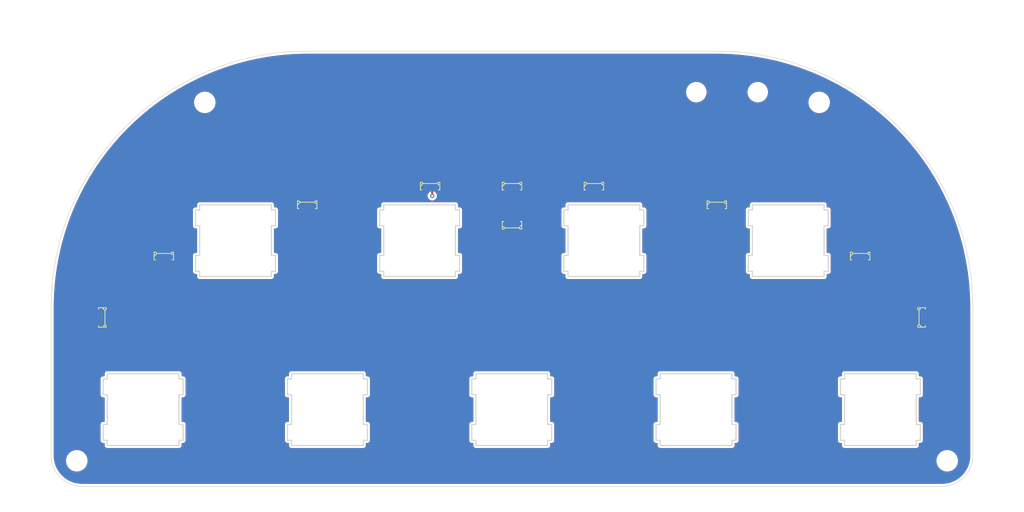
<source format=kicad_pcb>
(kicad_pcb (version 20211014) (generator pcbnew)
  (title_block (title "Pico Controller for Pop'n Music"))
  (layers (0 "F.Cu" signal) (31 "B.Cu" signal) (34 "B.Paste" user) (35 "F.Paste" user) (36 "B.SilkS" user "B.Silkscreen") (37 "F.SilkS" user "F.Silkscreen") (38 "B.Mask" user) (39 "F.Mask" user) (44 "Edge.Cuts" user))
  (net 0 "")
  (net 1 "Net-(LED1-Pad1)")
  (net 2 "GND")
  (net 3 "Net-(LED1-Pad3)")
  (net 4 "+5V")
  (net 5 "Net-(LED2-Pad3)")
  (net 6 "Net-(LED3-Pad3)")
  (net 7 "Net-(LED4-Pad3)")
  (net 8 "Net-(LED5-Pad3)")
  (net 9 "Net-(LED6-Pad3)")
  (net 10 "Net-(LED7-Pad3)")
  (net 11 "Net-(LED8-Pad3)")
  (net 12 "Net-(LED10-Pad1)")
  (footprint "MountingHole:MountingHole_3.2mm_M3" (layer "F.Cu") (at 87.32 72.4)
    (fp_text reference "REF**" hide)
    (fp_text value "MountingHole_3.2mm_M3")
    (pad "" np_thru_hole circle locked (at 0 0) (size 3.2 3.2) (drill 3.2) (layers *.Cu *.Mask))
  )
  (footprint "skin:skin_popn_web" (layer "F.Cu") (at 104.32 67.4 -130)
    (fp_text reference "G***" hide)
    (fp_text value "Teacup" hide)
  )
  (footprint "MountingHole:MountingHole_3.2mm_M3" (layer "F.Cu") (at 232.32 142.4)
    (fp_text reference "REF**" hide)
    (fp_text value "MountingHole_3.2mm_M3")
    (pad "" np_thru_hole circle locked (at 0 0) (size 3.2 3.2) (drill 3.2) (layers *.Cu *.Mask))
  )
  (footprint "MountingHole:MountingHole_3.2mm_M3" (layer "F.Cu") (at 62.32 142.4)
    (fp_text reference "REF**" hide)
    (fp_text value "MountingHole_3.2mm_M3")
    (pad "" np_thru_hole circle locked (at 0 0) (size 3.2 3.2) (drill 3.2) (layers *.Cu *.Mask))
  )
  (footprint "agg:WS2812B-4020" (layer "F.Cu") (at 147.32 88.750644)
    (fp_text reference "LED2")
    (fp_text value "WS2812B-4020")
    (fp_line (start -1.9 -0.75) (end -1.6 -0.75) (layer "F.SilkS") (width 0.15))
    (fp_line (start -1.35 -0.5) (end 1.35 -0.5) (layer "F.SilkS") (width 0.15))
    (fp_line (start 1.9 -0.75) (end 1.6 -0.75) (layer "F.SilkS") (width 0.15))
    (fp_line (start 1.9 0.75) (end 1.6 0.75) (layer "F.SilkS") (width 0.15))
    (fp_line (start -1.9 0.75) (end -1.9 -0.75) (layer "F.SilkS") (width 0.15))
    (fp_line (start -1.35 -0.5) (end -1.9 0.05) (layer "F.SilkS") (width 0.15))
    (fp_line (start -1.9 0.75) (end -1.6 0.75) (layer "F.SilkS") (width 0.15))
    (fp_line (start 1.9 -0.75) (end 1.9 0.75) (layer "F.SilkS") (width 0.15))
    (fp_line (start -1.6 -0.75) (end -1.35 -0.5) (layer "F.SilkS") (width 0.15))
    (fp_line (start 1.6 -0.75) (end 1.35 -0.5) (layer "F.SilkS") (width 0.15))
    (fp_circle (center 1.610848 -0.323504) (end 1.685848 -0.323504) (layer "F.SilkS") (width 0.15) (fill none))
    (pad "1" smd roundrect (at 1.275 0.65) (size 0.44 1.5) (layers "F.Cu" "F.Paste" "F.Mask") (net 3 "Net-(LED1-Pad3)"))
    (pad "2" smd roundrect (at 0.425 0.65) (size 0.44 1.5) (layers "F.Cu" "F.Paste" "F.Mask") (net 2 "GND"))
    (pad "3" smd roundrect (at -0.425 0.65) (size 0.44 1.5) (layers "F.Cu" "F.Paste" "F.Mask") (net 5 "Net-(LED2-Pad3)"))
    (pad "4" smd roundrect (at -1.275 0.65) (size 0.44 1.5) (layers "F.Cu" "F.Paste" "F.Mask") (net 4 "+5V"))
  )
  (footprint "MountingHole:MountingHole_3mm" (layer "F.Cu") (at 183.32 70.4)
    (fp_text reference "REF**" hide)
    (fp_text value "MountingHole_3mm")
    (pad "" np_thru_hole circle locked (at 0 0) (size 3 3) (drill 3) (layers *.Cu *.Mask))
  )
  (footprint "agg:WS2812B-4020" (layer "F.Cu") (at 187.32 92.4)
    (fp_text reference "LED8")
    (fp_text value "WS2812B-4020")
    (fp_line (start -1.9 0.75) (end -1.6 0.75) (layer "F.SilkS") (width 0.15))
    (fp_line (start 1.6 -0.75) (end 1.35 -0.5) (layer "F.SilkS") (width 0.15))
    (fp_line (start 1.9 -0.75) (end 1.6 -0.75) (layer "F.SilkS") (width 0.15))
    (fp_line (start 1.9 0.75) (end 1.6 0.75) (layer "F.SilkS") (width 0.15))
    (fp_line (start -1.35 -0.5) (end -1.9 0.05) (layer "F.SilkS") (width 0.15))
    (fp_line (start -1.9 -0.75) (end -1.6 -0.75) (layer "F.SilkS") (width 0.15))
    (fp_line (start 1.9 -0.75) (end 1.9 0.75) (layer "F.SilkS") (width 0.15))
    (fp_line (start -1.9 0.75) (end -1.9 -0.75) (layer "F.SilkS") (width 0.15))
    (fp_line (start -1.6 -0.75) (end -1.35 -0.5) (layer "F.SilkS") (width 0.15))
    (fp_line (start -1.35 -0.5) (end 1.35 -0.5) (layer "F.SilkS") (width 0.15))
    (fp_circle (center 1.610848 -0.323504) (end 1.685848 -0.323504) (layer "F.SilkS") (width 0.15) (fill none))
    (pad "1" smd roundrect (at 1.275 0.65) (size 0.44 1.5) (layers "F.Cu" "F.Paste" "F.Mask") (net 10 "Net-(LED7-Pad3)"))
    (pad "2" smd roundrect (at 0.425 0.65) (size 0.44 1.5) (layers "F.Cu" "F.Paste" "F.Mask") (net 2 "GND"))
    (pad "3" smd roundrect (at -0.425 0.65) (size 0.44 1.5) (layers "F.Cu" "F.Paste" "F.Mask") (net 11 "Net-(LED8-Pad3)"))
    (pad "4" smd roundrect (at -1.275 0.65) (size 0.44 1.5) (layers "F.Cu" "F.Paste" "F.Mask") (net 4 "+5V"))
  )
  (footprint "agg:WS2812B-4020" (layer "F.Cu") (at 163.32 88.750644)
    (fp_text reference "LED1")
    (fp_text value "WS2812B-4020")
    (fp_line (start -1.9 0.75) (end -1.6 0.75) (layer "F.SilkS") (width 0.15))
    (fp_line (start 1.9 -0.75) (end 1.6 -0.75) (layer "F.SilkS") (width 0.15))
    (fp_line (start -1.35 -0.5) (end 1.35 -0.5) (layer "F.SilkS") (width 0.15))
    (fp_line (start -1.35 -0.5) (end -1.9 0.05) (layer "F.SilkS") (width 0.15))
    (fp_line (start -1.9 0.75) (end -1.9 -0.75) (layer "F.SilkS") (width 0.15))
    (fp_line (start 1.6 -0.75) (end 1.35 -0.5) (layer "F.SilkS") (width 0.15))
    (fp_line (start 1.9 -0.75) (end 1.9 0.75) (layer "F.SilkS") (width 0.15))
    (fp_line (start -1.6 -0.75) (end -1.35 -0.5) (layer "F.SilkS") (width 0.15))
    (fp_line (start -1.9 -0.75) (end -1.6 -0.75) (layer "F.SilkS") (width 0.15))
    (fp_line (start 1.9 0.75) (end 1.6 0.75) (layer "F.SilkS") (width 0.15))
    (fp_circle (center 1.610848 -0.323504) (end 1.685848 -0.323504) (layer "F.SilkS") (width 0.15) (fill none))
    (pad "1" smd roundrect (at 1.275 0.65) (size 0.44 1.5) (layers "F.Cu" "F.Paste" "F.Mask") (net 1 "Net-(LED1-Pad1)"))
    (pad "2" smd roundrect (at 0.425 0.65) (size 0.44 1.5) (layers "F.Cu" "F.Paste" "F.Mask") (net 2 "GND"))
    (pad "3" smd roundrect (at -0.425 0.65) (size 0.44 1.5) (layers "F.Cu" "F.Paste" "F.Mask") (net 3 "Net-(LED1-Pad3)"))
    (pad "4" smd roundrect (at -1.275 0.65) (size 0.44 1.5) (layers "F.Cu" "F.Paste" "F.Mask") (net 4 "+5V"))
  )
  (footprint "skin:skin_popn_web" (layer "F.Cu") (at 221.32 85.4 140)
    (fp_text reference "G***" hide)
    (fp_text value "Teacup" hide)
  )
  (footprint "agg:WS2812B-4020" (layer "F.Cu") (at 147.32 96.4 180)
    (fp_text reference "LED7")
    (fp_text value "WS2812B-4020")
    (fp_line (start -1.9 -0.75) (end -1.6 -0.75) (layer "F.SilkS") (width 0.15))
    (fp_line (start -1.9 0.75) (end -1.6 0.75) (layer "F.SilkS") (width 0.15))
    (fp_line (start 1.9 -0.75) (end 1.6 -0.75) (layer "F.SilkS") (width 0.15))
    (fp_line (start -1.9 0.75) (end -1.9 -0.75) (layer "F.SilkS") (width 0.15))
    (fp_line (start 1.6 -0.75) (end 1.35 -0.5) (layer "F.SilkS") (width 0.15))
    (fp_line (start -1.6 -0.75) (end -1.35 -0.5) (layer "F.SilkS") (width 0.15))
    (fp_line (start -1.35 -0.5) (end 1.35 -0.5) (layer "F.SilkS") (width 0.15))
    (fp_line (start 1.9 -0.75) (end 1.9 0.75) (layer "F.SilkS") (width 0.15))
    (fp_line (start -1.35 -0.5) (end -1.9 0.05) (layer "F.SilkS") (width 0.15))
    (fp_line (start 1.9 0.75) (end 1.6 0.75) (layer "F.SilkS") (width 0.15))
    (fp_circle (center 1.610848 -0.323504) (end 1.685848 -0.323504) (layer "F.SilkS") (width 0.15) (fill none))
    (pad "1" smd roundrect (at 1.275 0.65 180) (size 0.44 1.5) (layers "F.Cu" "F.Paste" "F.Mask") (net 9 "Net-(LED6-Pad3)"))
    (pad "2" smd roundrect (at 0.425 0.65 180) (size 0.44 1.5) (layers "F.Cu" "F.Paste" "F.Mask") (net 2 "GND"))
    (pad "3" smd roundrect (at -0.425 0.65 180) (size 0.44 1.5) (layers "F.Cu" "F.Paste" "F.Mask") (net 10 "Net-(LED7-Pad3)"))
    (pad "4" smd roundrect (at -1.275 0.65 180) (size 0.44 1.5) (layers "F.Cu" "F.Paste" "F.Mask") (net 4 "+5V"))
  )
  (footprint "agg:WS2812B-4020" (layer "F.Cu") (at 131.32 88.750644)
    (fp_text reference "LED3")
    (fp_text value "WS2812B-4020")
    (fp_line (start -1.6 -0.75) (end -1.35 -0.5) (layer "F.SilkS") (width 0.15))
    (fp_line (start 1.9 -0.75) (end 1.9 0.75) (layer "F.SilkS") (width 0.15))
    (fp_line (start -1.35 -0.5) (end -1.9 0.05) (layer "F.SilkS") (width 0.15))
    (fp_line (start 1.9 0.75) (end 1.6 0.75) (layer "F.SilkS") (width 0.15))
    (fp_line (start -1.9 -0.75) (end -1.6 -0.75) (layer "F.SilkS") (width 0.15))
    (fp_line (start -1.9 0.75) (end -1.9 -0.75) (layer "F.SilkS") (width 0.15))
    (fp_line (start 1.6 -0.75) (end 1.35 -0.5) (layer "F.SilkS") (width 0.15))
    (fp_line (start -1.35 -0.5) (end 1.35 -0.5) (layer "F.SilkS") (width 0.15))
    (fp_line (start -1.9 0.75) (end -1.6 0.75) (layer "F.SilkS") (width 0.15))
    (fp_line (start 1.9 -0.75) (end 1.6 -0.75) (layer "F.SilkS") (width 0.15))
    (fp_circle (center 1.610848 -0.323504) (end 1.685848 -0.323504) (layer "F.SilkS") (width 0.15) (fill none))
    (pad "1" smd roundrect (at 1.275 0.65) (size 0.44 1.5) (layers "F.Cu" "F.Paste" "F.Mask") (net 5 "Net-(LED2-Pad3)"))
    (pad "2" smd roundrect (at 0.425 0.65) (size 0.44 1.5) (layers "F.Cu" "F.Paste" "F.Mask") (net 2 "GND"))
    (pad "3" smd roundrect (at -0.425 0.65) (size 0.44 1.5) (layers "F.Cu" "F.Paste" "F.Mask") (net 6 "Net-(LED3-Pad3)"))
    (pad "4" smd roundrect (at -1.275 0.65) (size 0.44 1.5) (layers "F.Cu" "F.Paste" "F.Mask") (net 4 "+5V"))
  )
  (footprint "agg:WS2812B-4020" (layer "F.Cu") (at 79.32 102.4)
    (fp_text reference "LED5")
    (fp_text value "WS2812B-4020")
    (fp_line (start -1.9 0.75) (end -1.9 -0.75) (layer "F.SilkS") (width 0.15))
    (fp_line (start 1.9 0.75) (end 1.6 0.75) (layer "F.SilkS") (width 0.15))
    (fp_line (start -1.35 -0.5) (end 1.35 -0.5) (layer "F.SilkS") (width 0.15))
    (fp_line (start -1.9 -0.75) (end -1.6 -0.75) (layer "F.SilkS") (width 0.15))
    (fp_line (start -1.9 0.75) (end -1.6 0.75) (layer "F.SilkS") (width 0.15))
    (fp_line (start 1.9 -0.75) (end 1.9 0.75) (layer "F.SilkS") (width 0.15))
    (fp_line (start 1.6 -0.75) (end 1.35 -0.5) (layer "F.SilkS") (width 0.15))
    (fp_line (start 1.9 -0.75) (end 1.6 -0.75) (layer "F.SilkS") (width 0.15))
    (fp_line (start -1.6 -0.75) (end -1.35 -0.5) (layer "F.SilkS") (width 0.15))
    (fp_line (start -1.35 -0.5) (end -1.9 0.05) (layer "F.SilkS") (width 0.15))
    (fp_circle (center 1.610848 -0.323504) (end 1.685848 -0.323504) (layer "F.SilkS") (width 0.15) (fill none))
    (pad "1" smd roundrect (at 1.275 0.65) (size 0.44 1.5) (layers "F.Cu" "F.Paste" "F.Mask") (net 7 "Net-(LED4-Pad3)"))
    (pad "2" smd roundrect (at 0.425 0.65) (size 0.44 1.5) (layers "F.Cu" "F.Paste" "F.Mask") (net 2 "GND"))
    (pad "3" smd roundrect (at -0.425 0.65) (size 0.44 1.5) (layers "F.Cu" "F.Paste" "F.Mask") (net 8 "Net-(LED5-Pad3)"))
    (pad "4" smd roundrect (at -1.275 0.65) (size 0.44 1.5) (layers "F.Cu" "F.Paste" "F.Mask") (net 4 "+5V"))
  )
  (footprint "MountingHole:MountingHole_3mm" (layer "F.Cu") (at 195.32 70.4)
    (fp_text reference "REF**" hide)
    (fp_text value "MountingHole_3mm")
    (pad "" np_thru_hole circle locked (at 0 0) (size 3 3) (drill 3) (layers *.Cu *.Mask))
  )
  (footprint "skin:skin_popn_teacup" (layer "F.Cu") (at 112.32 82.4 20)
    (fp_text reference "G***" hide)
    (fp_text value "Teacup" hide)
  )
  (footprint "MountingHole:MountingHole_3.2mm_M3" (layer "F.Cu") (at 207.32 72.4)
    (fp_text reference "REF**" hide)
    (fp_text value "MountingHole_3.2mm_M3")
    (pad "" np_thru_hole circle locked (at 0 0) (size 3.2 3.2) (drill 3.2) (layers *.Cu *.Mask))
  )
  (footprint "skin:skin_popn_silk_neg_back" (layer "F.Cu") (at 147.32 74.4)
    (fp_text reference "G***" hide)
    (fp_text value "LOGO" hide)
  )
  (footprint "agg:WS2812B-4020" (layer "F.Cu") (at 67.32 114.4 -90)
    (fp_text reference "LED4")
    (fp_text value "WS2812B-4020")
    (fp_line (start 1.9 -0.75) (end 1.6 -0.75) (layer "F.SilkS") (width 0.15))
    (fp_line (start -1.35 -0.5) (end 1.35 -0.5) (layer "F.SilkS") (width 0.15))
    (fp_line (start -1.9 0.75) (end -1.6 0.75) (layer "F.SilkS") (width 0.15))
    (fp_line (start 1.9 0.75) (end 1.6 0.75) (layer "F.SilkS") (width 0.15))
    (fp_line (start -1.6 -0.75) (end -1.35 -0.5) (layer "F.SilkS") (width 0.15))
    (fp_line (start 1.6 -0.75) (end 1.35 -0.5) (layer "F.SilkS") (width 0.15))
    (fp_line (start -1.35 -0.5) (end -1.9 0.05) (layer "F.SilkS") (width 0.15))
    (fp_line (start -1.9 -0.75) (end -1.6 -0.75) (layer "F.SilkS") (width 0.15))
    (fp_line (start -1.9 0.75) (end -1.9 -0.75) (layer "F.SilkS") (width 0.15))
    (fp_line (start 1.9 -0.75) (end 1.9 0.75) (layer "F.SilkS") (width 0.15))
    (fp_circle (center 1.610848 -0.323504) (end 1.685848 -0.323504) (layer "F.SilkS") (width 0.15) (fill none))
    (pad "1" smd roundrect (at 1.275 0.65 270) (size 0.44 1.5) (layers "F.Cu" "F.Paste" "F.Mask") (net 6 "Net-(LED3-Pad3)"))
    (pad "2" smd roundrect (at 0.425 0.65 270) (size 0.44 1.5) (layers "F.Cu" "F.Paste" "F.Mask") (net 2 "GND"))
    (pad "3" smd roundrect (at -0.425 0.65 270) (size 0.44 1.5) (layers "F.Cu" "F.Paste" "F.Mask") (net 7 "Net-(LED4-Pad3)"))
    (pad "4" smd roundrect (at -1.275 0.65 270) (size 0.44 1.5) (layers "F.Cu" "F.Paste" "F.Mask") (net 4 "+5V"))
  )
  (footprint "skin:skin_popn_stars" (layer "F.Cu") (at 77.32 87.4)
    (fp_text reference "G***" hide)
    (fp_text value "Teacup" hide)
  )
  (footprint "skin:skin_popn_silk_neg" (layer "F.Cu") (at 147.32 74.4)
    (fp_text reference "G***" hide)
    (fp_text value "LOGO" hide)
  )
  (footprint "agg:WS2812B-4020" (layer "F.Cu") (at 227.32 114.4 90)
    (fp_text reference "LED10")
    (fp_text value "WS2812B-4020")
    (fp_line (start 1.9 -0.75) (end 1.9 0.75) (layer "F.SilkS") (width 0.15))
    (fp_line (start 1.9 -0.75) (end 1.6 -0.75) (layer "F.SilkS") (width 0.15))
    (fp_line (start -1.9 0.75) (end -1.6 0.75) (layer "F.SilkS") (width 0.15))
    (fp_line (start -1.9 0.75) (end -1.9 -0.75) (layer "F.SilkS") (width 0.15))
    (fp_line (start -1.35 -0.5) (end -1.9 0.05) (layer "F.SilkS") (width 0.15))
    (fp_line (start -1.35 -0.5) (end 1.35 -0.5) (layer "F.SilkS") (width 0.15))
    (fp_line (start -1.9 -0.75) (end -1.6 -0.75) (layer "F.SilkS") (width 0.15))
    (fp_line (start 1.9 0.75) (end 1.6 0.75) (layer "F.SilkS") (width 0.15))
    (fp_line (start 1.6 -0.75) (end 1.35 -0.5) (layer "F.SilkS") (width 0.15))
    (fp_line (start -1.6 -0.75) (end -1.35 -0.5) (layer "F.SilkS") (width 0.15))
    (fp_circle (center 1.610848 -0.323504) (end 1.685848 -0.323504) (layer "F.SilkS") (width 0.15) (fill none))
    (pad "1" smd roundrect (at 1.275 0.65 90) (size 0.44 1.5) (layers "F.Cu" "F.Paste" "F.Mask") (net 12 "Net-(LED10-Pad1)"))
    (pad "2" smd roundrect (at 0.425 0.65 90) (size 0.44 1.5) (layers "F.Cu" "F.Paste" "F.Mask") (net 2 "GND"))
    (pad "3" smd roundrect (at -0.425 0.65 90) (size 0.44 1.5) (layers "F.Cu" "F.Paste" "F.Mask"))
    (pad "4" smd roundrect (at -1.275 0.65 90) (size 0.44 1.5) (layers "F.Cu" "F.Paste" "F.Mask") (net 4 "+5V"))
  )
  (footprint "agg:WS2812B-4020" (layer "F.Cu") (at 107.32 92.4)
    (fp_text reference "LED6")
    (fp_text value "WS2812B-4020")
    (fp_line (start -1.9 0.75) (end -1.9 -0.75) (layer "F.SilkS") (width 0.15))
    (fp_line (start -1.9 -0.75) (end -1.6 -0.75) (layer "F.SilkS") (width 0.15))
    (fp_line (start -1.35 -0.5) (end 1.35 -0.5) (layer "F.SilkS") (width 0.15))
    (fp_line (start -1.6 -0.75) (end -1.35 -0.5) (layer "F.SilkS") (width 0.15))
    (fp_line (start 1.9 -0.75) (end 1.6 -0.75) (layer "F.SilkS") (width 0.15))
    (fp_line (start -1.35 -0.5) (end -1.9 0.05) (layer "F.SilkS") (width 0.15))
    (fp_line (start 1.9 -0.75) (end 1.9 0.75) (layer "F.SilkS") (width 0.15))
    (fp_line (start 1.9 0.75) (end 1.6 0.75) (layer "F.SilkS") (width 0.15))
    (fp_line (start -1.9 0.75) (end -1.6 0.75) (layer "F.SilkS") (width 0.15))
    (fp_line (start 1.6 -0.75) (end 1.35 -0.5) (layer "F.SilkS") (width 0.15))
    (fp_circle (center 1.610848 -0.323504) (end 1.685848 -0.323504) (layer "F.SilkS") (width 0.15) (fill none))
    (pad "1" smd roundrect (at 1.275 0.65) (size 0.44 1.5) (layers "F.Cu" "F.Paste" "F.Mask") (net 8 "Net-(LED5-Pad3)"))
    (pad "2" smd roundrect (at 0.425 0.65) (size 0.44 1.5) (layers "F.Cu" "F.Paste" "F.Mask") (net 2 "GND"))
    (pad "3" smd roundrect (at -0.425 0.65) (size 0.44 1.5) (layers "F.Cu" "F.Paste" "F.Mask") (net 9 "Net-(LED6-Pad3)"))
    (pad "4" smd roundrect (at -1.275 0.65) (size 0.44 1.5) (layers "F.Cu" "F.Paste" "F.Mask") (net 4 "+5V"))
  )
  (footprint "agg:WS2812B-4020" (layer "F.Cu") (at 215.32 102.4)
    (fp_text reference "LED9")
    (fp_text value "WS2812B-4020")
    (fp_line (start -1.9 0.75) (end -1.9 -0.75) (layer "F.SilkS") (width 0.15))
    (fp_line (start -1.6 -0.75) (end -1.35 -0.5) (layer "F.SilkS") (width 0.15))
    (fp_line (start 1.9 -0.75) (end 1.9 0.75) (layer "F.SilkS") (width 0.15))
    (fp_line (start 1.6 -0.75) (end 1.35 -0.5) (layer "F.SilkS") (width 0.15))
    (fp_line (start -1.35 -0.5) (end 1.35 -0.5) (layer "F.SilkS") (width 0.15))
    (fp_line (start -1.9 -0.75) (end -1.6 -0.75) (layer "F.SilkS") (width 0.15))
    (fp_line (start 1.9 -0.75) (end 1.6 -0.75) (layer "F.SilkS") (width 0.15))
    (fp_line (start -1.35 -0.5) (end -1.9 0.05) (layer "F.SilkS") (width 0.15))
    (fp_line (start 1.9 0.75) (end 1.6 0.75) (layer "F.SilkS") (width 0.15))
    (fp_line (start -1.9 0.75) (end -1.6 0.75) (layer "F.SilkS") (width 0.15))
    (fp_circle (center 1.610848 -0.323504) (end 1.685848 -0.323504) (layer "F.SilkS") (width 0.15) (fill none))
    (pad "1" smd roundrect (at 1.275 0.65) (size 0.44 1.5) (layers "F.Cu" "F.Paste" "F.Mask") (net 11 "Net-(LED8-Pad3)"))
    (pad "2" smd roundrect (at 0.425 0.65) (size 0.44 1.5) (layers "F.Cu" "F.Paste" "F.Mask") (net 2 "GND"))
    (pad "3" smd roundrect (at -0.425 0.65) (size 0.44 1.5) (layers "F.Cu" "F.Paste" "F.Mask") (net 12 "Net-(LED10-Pad1)"))
    (pad "4" smd roundrect (at -1.275 0.65) (size 0.44 1.5) (layers "F.Cu" "F.Paste" "F.Mask") (net 4 "+5V"))
  )
  (gr_line locked (start 209.07 105.4) (end 209.07 102.3) (layer "Edge.Cuts") (width 0.2))
  (gr_line locked (start 209.07 96.5) (end 209.07 93.4) (layer "Edge.Cuts") (width 0.2))
  (gr_arc (start 57.32 112.4) (mid 71.964661 77.044661) (end 107.32 62.4) (layer "Edge.Cuts") (width 0.1))
  (gr_line locked (start 104.27 135.3) (end 103.47 135.3) (layer "Edge.Cuts") (width 0.2))
  (gr_line locked (start 176.27 129.5) (end 176.27 135.3) (layer "Edge.Cuts") (width 0.2))
  (gr_line locked (start 122.27 105.4) (end 122.27 106.4) (layer "Edge.Cuts") (width 0.2))
  (gr_line locked (start 157.47 96.5) (end 158.27 96.5) (layer "Edge.Cuts") (width 0.2))
  (gr_line locked (start 194.27 92.4) (end 194.27 93.4) (layer "Edge.Cuts") (width 0.2))
  (gr_line locked (start 118.27 135.3) (end 118.27 129.5) (layer "Edge.Cuts") (width 0.2))
  (gr_line locked (start 155.07 135.3) (end 154.27 135.3) (layer "Edge.Cuts") (width 0.2))
  (gr_line locked (start 86.32 92.4) (end 86.32 93.4) (layer "Edge.Cuts") (width 0.2))
  (gr_line locked (start 137.07 93.4) (end 136.27 93.4) (layer "Edge.Cuts") (width 0.2))
  (gr_line locked (start 212.27 126.4) (end 211.47 126.4) (layer "Edge.Cuts") (width 0.2))
  (gr_line locked (start 136.27 105.4) (end 137.07 105.4) (layer "Edge.Cuts") (width 0.2))
  (gr_line locked (start 68.27 125.4) (end 68.27 126.4) (layer "Edge.Cuts") (width 0.2))
  (gr_line locked (start 175.47 138.4) (end 176.27 138.4) (layer "Edge.Cuts") (width 0.2))
  (gr_line locked (start 172.27 93.4) (end 172.27 92.4) (layer "Edge.Cuts") (width 0.2))
  (gr_line locked (start 68.27 129.5) (end 68.27 135.3) (layer "Edge.Cuts") (width 0.2))
  (gr_line locked (start 193.47 102.3) (end 193.47 105.4) (layer "Edge.Cuts") (width 0.2))
  (gr_line locked (start 118.27 129.5) (end 119.07 129.5) (layer "Edge.Cuts") (width 0.2))
  (gr_line locked (start 82.27 129.5) (end 83.07 129.5) (layer "Edge.Cuts") (width 0.2))
  (gr_line locked (start 194.27 106.4) (end 208.27 106.4) (layer "Edge.Cuts") (width 0.2))
  (gr_line locked (start 172.27 105.4) (end 173.07 105.4) (layer "Edge.Cuts") (width 0.2))
  (gr_line locked (start 82.27 126.4) (end 82.27 125.4) (layer "Edge.Cuts") (width 0.2))
  (gr_line locked (start 194.27 105.4) (end 194.27 106.4) (layer "Edge.Cuts") (width 0.2))
  (gr_line locked (start 175.47 126.4) (end 175.47 129.5) (layer "Edge.Cuts") (width 0.2))
  (gr_line locked (start 154.27 129.5) (end 155.07 129.5) (layer "Edge.Cuts") (width 0.2))
  (gr_line locked (start 86.32 93.4) (end 85.52 93.4) (layer "Edge.Cuts") (width 0.2))
  (gr_line locked (start 118.27 139.4) (end 118.27 138.4) (layer "Edge.Cuts") (width 0.2))
  (gr_line locked (start 136.27 106.4) (end 136.27 105.4) (layer "Edge.Cuts") (width 0.2))
  (gr_line locked (start 82.27 139.4) (end 82.27 138.4) (layer "Edge.Cuts") (width 0.2))
  (gr_line locked (start 68.27 138.4) (end 68.27 139.4) (layer "Edge.Cuts") (width 0.2))
  (gr_line locked (start 68.27 139.4) (end 82.27 139.4) (layer "Edge.Cuts") (width 0.2))
  (gr_line locked (start 158.27 92.4) (end 158.27 93.4) (layer "Edge.Cuts") (width 0.2))
  (gr_line locked (start 227.07 135.3) (end 226.27 135.3) (layer "Edge.Cuts") (width 0.2))
  (gr_line locked (start 227.07 129.5) (end 227.07 126.4) (layer "Edge.Cuts") (width 0.2))
  (gr_line locked (start 208.27 93.4) (end 208.27 92.4) (layer "Edge.Cuts") (width 0.2))
  (gr_line locked (start 140.27 129.5) (end 140.27 135.3) (layer "Edge.Cuts") (width 0.2))
  (gr_line locked (start 173.07 105.4) (end 173.07 102.3) (layer "Edge.Cuts") (width 0.2))
  (gr_line locked (start 158.27 106.4) (end 172.27 106.4) (layer "Edge.Cuts") (width 0.2))
  (gr_line locked (start 226.27 139.4) (end 226.27 138.4) (layer "Edge.Cuts") (width 0.2))
  (gr_line locked (start 154.27 139.4) (end 154.27 138.4) (layer "Edge.Cuts") (width 0.2))
  (gr_line locked (start 140.27 126.4) (end 139.47 126.4) (layer "Edge.Cuts") (width 0.2))
  (gr_line locked (start 193.47 93.4) (end 193.47 96.5) (layer "Edge.Cuts") (width 0.2))
  (gr_line locked (start 85.52 105.4) (end 86.32 105.4) (layer "Edge.Cuts") (width 0.2))
  (gr_line locked (start 100.32 102.3) (end 100.32 96.5) (layer "Edge.Cuts") (width 0.2))
  (gr_line locked (start 68.27 135.3) (end 67.47 135.3) (layer "Edge.Cuts") (width 0.2))
  (gr_line locked (start 193.47 96.5) (end 194.27 96.5) (layer "Edge.Cuts") (width 0.2))
  (gr_line (start 63.32 147.4) (end 231.32 147.4) (layer "Edge.Cuts") (width 0.1))
  (gr_line locked (start 154.27 138.4) (end 155.07 138.4) (layer "Edge.Cuts") (width 0.2))
  (gr_line locked (start 82.27 125.4) (end 68.27 125.4) (layer "Edge.Cuts") (width 0.2))
  (gr_line locked (start 173.07 93.4) (end 172.27 93.4) (layer "Edge.Cuts") (width 0.2))
  (gr_line locked (start 208.27 96.5) (end 209.07 96.5) (layer "Edge.Cuts") (width 0.2))
  (gr_line locked (start 85.52 102.3) (end 85.52 105.4) (layer "Edge.Cuts") (width 0.2))
  (gr_line locked (start 122.27 92.4) (end 122.27 93.4) (layer "Edge.Cuts") (width 0.2))
  (gr_line locked (start 211.47 129.5) (end 212.27 129.5) (layer "Edge.Cuts") (width 0.2))
  (gr_line locked (start 227.07 138.4) (end 227.07 135.3) (layer "Edge.Cuts") (width 0.2))
  (gr_line locked (start 83.07 126.4) (end 82.27 126.4) (layer "Edge.Cuts") (width 0.2))
  (gr_line (start 57.32 112.4) (end 57.32 141.4) (layer "Edge.Cuts") (width 0.1))
  (gr_line locked (start 67.47 129.5) (end 68.27 129.5) (layer "Edge.Cuts") (width 0.2))
  (gr_line locked (start 172.27 106.4) (end 172.27 105.4) (layer "Edge.Cuts") (width 0.2))
  (gr_line locked (start 104.27 126.4) (end 103.47 126.4) (layer "Edge.Cuts") (width 0.2))
  (gr_line locked (start 83.07 138.4) (end 83.07 135.3) (layer "Edge.Cuts") (width 0.2))
  (gr_line locked (start 101.12 96.5) (end 101.12 93.4) (layer "Edge.Cuts") (width 0.2))
  (gr_line locked (start 136.27 96.5) (end 137.07 96.5) (layer "Edge.Cuts") (width 0.2))
  (gr_line locked (start 118.27 138.4) (end 119.07 138.4) (layer "Edge.Cuts") (width 0.2))
  (gr_line locked (start 67.47 138.4) (end 68.27 138.4) (layer "Edge.Cuts") (width 0.2))
  (gr_line locked (start 100.32 93.4) (end 100.32 92.4) (layer "Edge.Cuts") (width 0.2))
  (gr_line locked (start 82.27 138.4) (end 83.07 138.4) (layer "Edge.Cuts") (width 0.2))
  (gr_line locked (start 190.27 129.5) (end 191.07 129.5) (layer "Edge.Cuts") (width 0.2))
  (gr_line locked (start 104.27 139.4) (end 118.27 139.4) (layer "Edge.Cuts") (width 0.2))
  (gr_line locked (start 86.32 106.4) (end 100.32 106.4) (layer "Edge.Cuts") (width 0.2))
  (gr_line locked (start 208.27 105.4) (end 209.07 105.4) (layer "Edge.Cuts") (width 0.2))
  (gr_line locked (start 86.32 102.3) (end 85.52 102.3) (layer "Edge.Cuts") (width 0.2))
  (gr_line locked (start 137.07 102.3) (end 136.27 102.3) (layer "Edge.Cuts") (width 0.2))
  (gr_line locked (start 140.27 139.4) (end 154.27 139.4) (layer "Edge.Cuts") (width 0.2))
  (gr_line locked (start 104.27 138.4) (end 104.27 139.4) (layer "Edge.Cuts") (width 0.2))
  (gr_line locked (start 208.27 92.4) (end 194.27 92.4) (layer "Edge.Cuts") (width 0.2))
  (gr_line locked (start 172.27 92.4) (end 158.27 92.4) (layer "Edge.Cuts") (width 0.2))
  (gr_line locked (start 119.07 138.4) (end 119.07 135.3) (layer "Edge.Cuts") (width 0.2))
  (gr_line locked (start 175.47 129.5) (end 176.27 129.5) (layer "Edge.Cuts") (width 0.2))
  (gr_line locked (start 140.27 125.4) (end 140.27 126.4) (layer "Edge.Cuts") (width 0.2))
  (gr_line locked (start 212.27 129.5) (end 212.27 135.3) (layer "Edge.Cuts") (width 0.2))
  (gr_line locked (start 176.27 139.4) (end 190.27 139.4) (layer "Edge.Cuts") (width 0.2))
  (gr_line locked (start 154.27 125.4) (end 140.27 125.4) (layer "Edge.Cuts") (width 0.2))
  (gr_line locked (start 172.27 96.5) (end 173.07 96.5) (layer "Edge.Cuts") (width 0.2))
  (gr_line locked (start 85.52 96.5) (end 86.32 96.5) (layer "Edge.Cuts") (width 0.2))
  (gr_line locked (start 212.27 138.4) (end 212.27 139.4) (layer "Edge.Cuts") (width 0.2))
  (gr_line locked (start 194.27 93.4) (end 193.47 93.4) (layer "Edge.Cuts") (width 0.2))
  (gr_line locked (start 119.07 126.4) (end 118.27 126.4) (layer "Edge.Cuts") (width 0.2))
  (gr_line locked (start 211.47 138.4) (end 212.27 138.4) (layer "Edge.Cuts") (width 0.2))
  (gr_line locked (start 211.47 135.3) (end 211.47 138.4) (layer "Edge.Cuts") (width 0.2))
  (gr_line locked (start 190.27 135.3) (end 190.27 129.5) (layer "Edge.Cuts") (width 0.2))
  (gr_line locked (start 208.27 106.4) (end 208.27 105.4) (layer "Edge.Cuts") (width 0.2))
  (gr_line locked (start 104.27 125.4) (end 104.27 126.4) (layer "Edge.Cuts") (width 0.2))
  (gr_line locked (start 137.07 96.5) (end 137.07 93.4) (layer "Edge.Cuts") (width 0.2))
  (gr_line locked (start 191.07 129.5) (end 191.07 126.4) (layer "Edge.Cuts") (width 0.2))
  (gr_line (start 237.32 141.4) (end 237.32 112.4) (layer "Edge.Cuts") (width 0.1))
  (gr_arc (start 237.32 141.4) (mid 235.562641 145.642641) (end 231.32 147.4) (layer "Edge.Cuts") (width 0.1))
  (gr_line locked (start 157.47 93.4) (end 157.47 96.5) (layer "Edge.Cuts") (width 0.2))
  (gr_line locked (start 226.27 138.4) (end 227.07 138.4) (layer "Edge.Cuts") (width 0.2))
  (gr_line locked (start 103.47 129.5) (end 104.27 129.5) (layer "Edge.Cuts") (width 0.2))
  (gr_line locked (start 121.47 102.3) (end 121.47 105.4) (layer "Edge.Cuts") (width 0.2))
  (gr_line locked (start 212.27 125.4) (end 212.27 126.4) (layer "Edge.Cuts") (width 0.2))
  (gr_line locked (start 101.12 105.4) (end 101.12 102.3) (layer "Edge.Cuts") (width 0.2))
  (gr_line locked (start 121.47 105.4) (end 122.27 105.4) (layer "Edge.Cuts") (width 0.2))
  (gr_line locked (start 136.27 92.4) (end 122.27 92.4) (layer "Edge.Cuts") (width 0.2))
  (gr_line locked (start 212.27 135.3) (end 211.47 135.3) (layer "Edge.Cuts") (width 0.2))
  (gr_line locked (start 83.07 135.3) (end 82.27 135.3) (layer "Edge.Cuts") (width 0.2))
  (gr_line locked (start 158.27 105.4) (end 158.27 106.4) (layer "Edge.Cuts") (width 0.2))
  (gr_line locked (start 104.27 129.5) (end 104.27 135.3) (layer "Edge.Cuts") (width 0.2))
  (gr_line locked (start 136.27 93.4) (end 136.27 92.4) (layer "Edge.Cuts") (width 0.2))
  (gr_line locked (start 154.27 135.3) (end 154.27 129.5) (layer "Edge.Cuts") (width 0.2))
  (gr_line locked (start 139.47 135.3) (end 139.47 138.4) (layer "Edge.Cuts") (width 0.2))
  (gr_line locked (start 209.07 102.3) (end 208.27 102.3) (layer "Edge.Cuts") (width 0.2))
  (gr_line locked (start 86.32 96.5) (end 86.32 102.3) (layer "Edge.Cuts") (width 0.2))
  (gr_line locked (start 140.27 135.3) (end 139.47 135.3) (layer "Edge.Cuts") (width 0.2))
  (gr_line locked (start 176.27 126.4) (end 175.47 126.4) (layer "Edge.Cuts") (width 0.2))
  (gr_line locked (start 101.12 93.4) (end 100.32 93.4) (layer "Edge.Cuts") (width 0.2))
  (gr_line locked (start 100.32 105.4) (end 101.12 105.4) (layer "Edge.Cuts") (width 0.2))
  (gr_line locked (start 67.47 135.3) (end 67.47 138.4) (layer "Edge.Cuts") (width 0.2))
  (gr_line locked (start 226.27 129.5) (end 227.07 129.5) (layer "Edge.Cuts") (width 0.2))
  (gr_line locked (start 86.32 105.4) (end 86.32 106.4) (layer "Edge.Cuts") (width 0.2))
  (gr_line locked (start 139.47 138.4) (end 140.27 138.4) (layer "Edge.Cuts") (width 0.2))
  (gr_line locked (start 122.27 96.5) (end 122.27 102.3) (layer "Edge.Cuts") (width 0.2))
  (gr_line locked (start 103.47 135.3) (end 103.47 138.4) (layer "Edge.Cuts") (width 0.2))
  (gr_line locked (start 157.47 105.4) (end 158.27 105.4) (layer "Edge.Cuts") (width 0.2))
  (gr_line locked (start 121.47 93.4) (end 121.47 96.5) (layer "Edge.Cuts") (width 0.2))
  (gr_line locked (start 121.47 96.5) (end 122.27 96.5) (layer "Edge.Cuts") (width 0.2))
  (gr_line locked (start 122.27 93.4) (end 121.47 93.4) (layer "Edge.Cuts") (width 0.2))
  (gr_line locked (start 118.27 126.4) (end 118.27 125.4) (layer "Edge.Cuts") (width 0.2))
  (gr_line locked (start 136.27 102.3) (end 136.27 96.5) (layer "Edge.Cuts") (width 0.2))
  (gr_line locked (start 140.27 138.4) (end 140.27 139.4) (layer "Edge.Cuts") (width 0.2))
  (gr_line locked (start 139.47 129.5) (end 140.27 129.5) (layer "Edge.Cuts") (width 0.2))
  (gr_line locked (start 209.07 93.4) (end 208.27 93.4) (layer "Edge.Cuts") (width 0.2))
  (gr_line locked (start 100.32 92.4) (end 86.32 92.4) (layer "Edge.Cuts") (width 0.2))
  (gr_line locked (start 137.07 105.4) (end 137.07 102.3) (layer "Edge.Cuts") (width 0.2))
  (gr_line locked (start 119.07 129.5) (end 119.07 126.4) (layer "Edge.Cuts") (width 0.2))
  (gr_line locked (start 154.27 126.4) (end 154.27 125.4) (layer "Edge.Cuts") (width 0.2))
  (gr_line locked (start 227.07 126.4) (end 226.27 126.4) (layer "Edge.Cuts") (width 0.2))
  (gr_line locked (start 194.27 96.5) (end 194.27 102.3) (layer "Edge.Cuts") (width 0.2))
  (gr_line locked (start 68.27 126.4) (end 67.47 126.4) (layer "Edge.Cuts") (width 0.2))
  (gr_line locked (start 122.27 106.4) (end 136.27 106.4) (layer "Edge.Cuts") (width 0.2))
  (gr_line locked (start 158.27 102.3) (end 157.47 102.3) (layer "Edge.Cuts") (width 0.2))
  (gr_line locked (start 100.32 96.5) (end 101.12 96.5) (layer "Edge.Cuts") (width 0.2))
  (gr_line locked (start 176.27 138.4) (end 176.27 139.4) (layer "Edge.Cuts") (width 0.2))
  (gr_line locked (start 191.07 135.3) (end 190.27 135.3) (layer "Edge.Cuts") (width 0.2))
  (gr_line locked (start 155.07 129.5) (end 155.07 126.4) (layer "Edge.Cuts") (width 0.2))
  (gr_line locked (start 139.47 126.4) (end 139.47 129.5) (layer "Edge.Cuts") (width 0.2))
  (gr_line locked (start 190.27 138.4) (end 191.07 138.4) (layer "Edge.Cuts") (width 0.2))
  (gr_line locked (start 194.27 102.3) (end 193.47 102.3) (layer "Edge.Cuts") (width 0.2))
  (gr_line locked (start 101.12 102.3) (end 100.32 102.3) (layer "Edge.Cuts") (width 0.2))
  (gr_line locked (start 155.07 138.4) (end 155.07 135.3) (layer "Edge.Cuts") (width 0.2))
  (gr_line locked (start 193.47 105.4) (end 194.27 105.4) (layer "Edge.Cuts") (width 0.2))
  (gr_line locked (start 190.27 126.4) (end 190.27 125.4) (layer "Edge.Cuts") (width 0.2))
  (gr_line locked (start 119.07 135.3) (end 118.27 135.3) (layer "Edge.Cuts") (width 0.2))
  (gr_line locked (start 211.47 126.4) (end 211.47 129.5) (layer "Edge.Cuts") (width 0.2))
  (gr_line locked (start 173.07 102.3) (end 172.27 102.3) (layer "Edge.Cuts") (width 0.2))
  (gr_line locked (start 226.27 125.4) (end 212.27 125.4) (layer "Edge.Cuts") (width 0.2))
  (gr_line locked (start 82.27 135.3) (end 82.27 129.5) (layer "Edge.Cuts") (width 0.2))
  (gr_line locked (start 118.27 125.4) (end 104.27 125.4) (layer "Edge.Cuts") (width 0.2))
  (gr_line locked (start 208.27 102.3) (end 208.27 96.5) (layer "Edge.Cuts") (width 0.2))
  (gr_line locked (start 173.07 96.5) (end 173.07 93.4) (layer "Edge.Cuts") (width 0.2))
  (gr_line (start 187.32 62.4) (end 107.32 62.4) (layer "Edge.Cuts") (width 0.1))
  (gr_line locked (start 100.32 106.4) (end 100.32 105.4) (layer "Edge.Cuts") (width 0.2))
  (gr_line locked (start 158.27 96.5) (end 158.27 102.3) (layer "Edge.Cuts") (width 0.2))
  (gr_line locked (start 85.52 93.4) (end 85.52 96.5) (layer "Edge.Cuts") (width 0.2))
  (gr_line locked (start 190.27 139.4) (end 190.27 138.4) (layer "Edge.Cuts") (width 0.2))
  (gr_line locked (start 191.07 138.4) (end 191.07 135.3) (layer "Edge.Cuts") (width 0.2))
  (gr_arc (start 63.32 147.4) (mid 59.077359 145.642641) (end 57.32 141.4) (layer "Edge.Cuts") (width 0.1))
  (gr_line locked (start 122.27 102.3) (end 121.47 102.3) (layer "Edge.Cuts") (width 0.2))
  (gr_line locked (start 158.27 93.4) (end 157.47 93.4) (layer "Edge.Cuts") (width 0.2))
  (gr_line locked (start 226.27 126.4) (end 226.27 125.4) (layer "Edge.Cuts") (width 0.2))
  (gr_line locked (start 103.47 126.4) (end 103.47 129.5) (layer "Edge.Cuts") (width 0.2))
  (gr_line locked (start 103.47 138.4) (end 104.27 138.4) (layer "Edge.Cuts") (width 0.2))
  (gr_line locked (start 212.27 139.4) (end 226.27 139.4) (layer "Edge.Cuts") (width 0.2))
  (gr_arc (start 187.32 62.4) (mid 222.675339 77.044661) (end 237.32 112.4) (layer "Edge.Cuts") (width 0.1))
  (gr_line locked (start 175.47 135.3) (end 175.47 138.4) (layer "Edge.Cuts") (width 0.2))
  (gr_line locked (start 226.27 135.3) (end 226.27 129.5) (layer "Edge.Cuts") (width 0.2))
  (gr_line locked (start 155.07 126.4) (end 154.27 126.4) (layer "Edge.Cuts") (width 0.2))
  (gr_line locked (start 176.27 135.3) (end 175.47 135.3) (layer "Edge.Cuts") (width 0.2))
  (gr_line locked (start 176.27 125.4) (end 176.27 126.4) (layer "Edge.Cuts") (width 0.2))
  (gr_line locked (start 157.47 102.3) (end 157.47 105.4) (layer "Edge.Cuts") (width 0.2))
  (gr_line locked (start 67.47 126.4) (end 67.47 129.5) (layer "Edge.Cuts") (width 0.2))
  (gr_line locked (start 172.27 102.3) (end 172.27 96.5) (layer "Edge.Cuts") (width 0.2))
  (gr_line locked (start 191.07 126.4) (end 190.27 126.4) (layer "Edge.Cuts") (width 0.2))
  (gr_line locked (start 83.07 129.5) (end 83.07 126.4) (layer "Edge.Cuts") (width 0.2))
  (gr_line locked (start 190.27 125.4) (end 176.27 125.4) (layer "Edge.Cuts") (width 0.2))
  (segment (start 131.745 89.400644) (end 131.745 90.65) (width 0.25) (layer "F.Cu") (net 2))
  (via (at 131.745 90.65) (size 0.8) (drill 0.4) (layers "F.Cu" "B.Cu") (net 2))
  (zone (net 0) (net_name "") (layers F&B.Cu) (connect_pads (clearance 0.508)) (min_thickness 0.254) (fill yes (thermal_gap 0.508) (thermal_bridge_width 0.508))
    (polygon (pts (xy 247.32 152.4) (xy 47.32 152.4) (xy 47.32 52.4) (xy 247.32 52.4)))
  )
)
</source>
